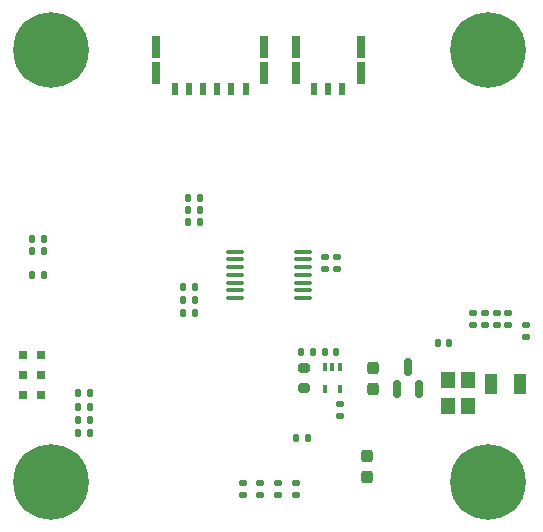
<source format=gbr>
%TF.GenerationSoftware,KiCad,Pcbnew,8.0.7*%
%TF.CreationDate,2025-04-07T22:13:35-04:00*%
%TF.ProjectId,motor-controller,6d6f746f-722d-4636-9f6e-74726f6c6c65,1*%
%TF.SameCoordinates,Original*%
%TF.FileFunction,Soldermask,Top*%
%TF.FilePolarity,Negative*%
%FSLAX46Y46*%
G04 Gerber Fmt 4.6, Leading zero omitted, Abs format (unit mm)*
G04 Created by KiCad (PCBNEW 8.0.7) date 2025-04-07 22:13:35*
%MOMM*%
%LPD*%
G01*
G04 APERTURE LIST*
G04 Aperture macros list*
%AMRoundRect*
0 Rectangle with rounded corners*
0 $1 Rounding radius*
0 $2 $3 $4 $5 $6 $7 $8 $9 X,Y pos of 4 corners*
0 Add a 4 corners polygon primitive as box body*
4,1,4,$2,$3,$4,$5,$6,$7,$8,$9,$2,$3,0*
0 Add four circle primitives for the rounded corners*
1,1,$1+$1,$2,$3*
1,1,$1+$1,$4,$5*
1,1,$1+$1,$6,$7*
1,1,$1+$1,$8,$9*
0 Add four rect primitives between the rounded corners*
20,1,$1+$1,$2,$3,$4,$5,0*
20,1,$1+$1,$4,$5,$6,$7,0*
20,1,$1+$1,$6,$7,$8,$9,0*
20,1,$1+$1,$8,$9,$2,$3,0*%
G04 Aperture macros list end*
%ADD10RoundRect,0.135000X0.185000X-0.135000X0.185000X0.135000X-0.185000X0.135000X-0.185000X-0.135000X0*%
%ADD11RoundRect,0.135000X-0.185000X0.135000X-0.185000X-0.135000X0.185000X-0.135000X0.185000X0.135000X0*%
%ADD12RoundRect,0.140000X0.170000X-0.140000X0.170000X0.140000X-0.170000X0.140000X-0.170000X-0.140000X0*%
%ADD13RoundRect,0.135000X0.135000X0.185000X-0.135000X0.185000X-0.135000X-0.185000X0.135000X-0.185000X0*%
%ADD14RoundRect,0.140000X0.140000X0.170000X-0.140000X0.170000X-0.140000X-0.170000X0.140000X-0.170000X0*%
%ADD15RoundRect,0.140000X-0.140000X-0.170000X0.140000X-0.170000X0.140000X0.170000X-0.140000X0.170000X0*%
%ADD16R,0.800000X0.800000*%
%ADD17R,1.200000X1.400000*%
%ADD18RoundRect,0.150000X0.150000X-0.587500X0.150000X0.587500X-0.150000X0.587500X-0.150000X-0.587500X0*%
%ADD19C,3.600000*%
%ADD20C,6.400000*%
%ADD21RoundRect,0.135000X-0.135000X-0.185000X0.135000X-0.185000X0.135000X0.185000X-0.135000X0.185000X0*%
%ADD22RoundRect,0.237500X0.237500X-0.287500X0.237500X0.287500X-0.237500X0.287500X-0.237500X-0.287500X0*%
%ADD23RoundRect,0.100000X-0.100000X0.225000X-0.100000X-0.225000X0.100000X-0.225000X0.100000X0.225000X0*%
%ADD24RoundRect,0.100000X-0.637500X-0.100000X0.637500X-0.100000X0.637500X0.100000X-0.637500X0.100000X0*%
%ADD25R,0.600000X1.100000*%
%ADD26R,0.700000X1.850000*%
%ADD27RoundRect,0.140000X-0.170000X0.140000X-0.170000X-0.140000X0.170000X-0.140000X0.170000X0.140000X0*%
%ADD28R,1.000000X1.800000*%
%ADD29RoundRect,0.200000X0.275000X-0.200000X0.275000X0.200000X-0.275000X0.200000X-0.275000X-0.200000X0*%
G04 APERTURE END LIST*
D10*
%TO.C,R35*%
X212250000Y-166609999D03*
X212250000Y-165590001D03*
%TD*%
D11*
%TO.C,R34*%
X210750000Y-165590001D03*
X210750000Y-166609999D03*
%TD*%
D12*
%TO.C,C13*%
X214700000Y-147480000D03*
X214700000Y-146520000D03*
%TD*%
D13*
%TO.C,R15*%
X194859999Y-160250000D03*
X193840001Y-160250000D03*
%TD*%
D14*
%TO.C,C5*%
X225230000Y-153750000D03*
X224270000Y-153750000D03*
%TD*%
D15*
%TO.C,C14*%
X214720000Y-154500000D03*
X215680000Y-154500000D03*
%TD*%
D10*
%TO.C,R20*%
X209250000Y-166609999D03*
X209250000Y-165590001D03*
%TD*%
D16*
%TO.C,D5*%
X189150000Y-154800000D03*
X190650000Y-154800000D03*
%TD*%
D12*
%TO.C,C21*%
X228250000Y-152230000D03*
X228250000Y-151270000D03*
%TD*%
D17*
%TO.C,Y2*%
X225150000Y-156900000D03*
X225150000Y-159100000D03*
X226850000Y-159100000D03*
X226850000Y-156900000D03*
%TD*%
D13*
%TO.C,R8*%
X194859999Y-161350000D03*
X193840001Y-161350000D03*
%TD*%
D18*
%TO.C,Q7*%
X220800000Y-157687500D03*
X222700000Y-157687500D03*
X221750000Y-155812500D03*
%TD*%
D19*
%TO.C,H2*%
X228500000Y-129000000D03*
D20*
X228500000Y-129000000D03*
%TD*%
D19*
%TO.C,H1*%
X191500000Y-129000000D03*
D20*
X191500000Y-129000000D03*
%TD*%
D14*
%TO.C,C17*%
X213680000Y-154500000D03*
X212720000Y-154500000D03*
%TD*%
D21*
%TO.C,R28*%
X203090001Y-142500000D03*
X204109999Y-142500000D03*
%TD*%
%TO.C,R40*%
X189940000Y-146000000D03*
X190960000Y-146000000D03*
%TD*%
%TO.C,R29*%
X203090001Y-143500000D03*
X204109999Y-143500000D03*
%TD*%
%TO.C,R31*%
X189940000Y-148000000D03*
X190960000Y-148000000D03*
%TD*%
D12*
%TO.C,C20*%
X227250000Y-152230000D03*
X227250000Y-151270000D03*
%TD*%
D22*
%TO.C,F3*%
X218250000Y-165074999D03*
X218250000Y-163325001D03*
%TD*%
D23*
%TO.C,U3*%
X216000000Y-155800000D03*
X215350000Y-155800001D03*
X214700000Y-155800000D03*
X214700000Y-157700000D03*
X216000000Y-157700000D03*
%TD*%
D16*
%TO.C,D3*%
X189150000Y-158200000D03*
X190650000Y-158200000D03*
%TD*%
D24*
%TO.C,U2*%
X207137500Y-146050000D03*
X207137500Y-146700000D03*
X207137500Y-147350000D03*
X207137500Y-148000000D03*
X207137500Y-148650000D03*
X207137500Y-149300000D03*
X207137500Y-149950000D03*
X212862500Y-149950000D03*
X212862500Y-149300000D03*
X212862500Y-148650000D03*
X212862500Y-148000000D03*
X212862500Y-147350000D03*
X212862500Y-146700000D03*
X212862500Y-146050000D03*
%TD*%
D16*
%TO.C,D4*%
X189150000Y-156500000D03*
X190650000Y-156500000D03*
%TD*%
D25*
%TO.C,J4*%
X202000000Y-132300000D03*
X203200000Y-132300000D03*
X204400000Y-132300000D03*
X205600000Y-132300000D03*
X206800000Y-132300000D03*
X208000000Y-132300000D03*
D26*
X200450000Y-128675000D03*
X200450000Y-130875000D03*
X209550000Y-128675000D03*
X209550000Y-130875000D03*
%TD*%
D12*
%TO.C,C12*%
X215700000Y-147480000D03*
X215700000Y-146520000D03*
%TD*%
D21*
%TO.C,R33*%
X202690001Y-151200000D03*
X203709999Y-151200000D03*
%TD*%
D19*
%TO.C,H3*%
X191500000Y-165500000D03*
D20*
X191500000Y-165500000D03*
%TD*%
D19*
%TO.C,H4*%
X228500000Y-165500000D03*
D20*
X228500000Y-165500000D03*
%TD*%
D21*
%TO.C,R41*%
X202690001Y-150100000D03*
X203709999Y-150100000D03*
%TD*%
%TO.C,R7*%
X193840001Y-158000000D03*
X194859999Y-158000000D03*
%TD*%
D27*
%TO.C,C15*%
X216000000Y-158970000D03*
X216000000Y-159930000D03*
%TD*%
D10*
%TO.C,R37*%
X207750000Y-166609999D03*
X207750000Y-165590001D03*
%TD*%
D13*
%TO.C,R32*%
X190959999Y-145000000D03*
X189940001Y-145000000D03*
%TD*%
D25*
%TO.C,J2*%
X213800000Y-132300000D03*
X215000000Y-132300000D03*
X216200000Y-132300000D03*
D26*
X212250000Y-128675000D03*
X212250000Y-130875000D03*
X217750000Y-128675000D03*
X217750000Y-130875000D03*
%TD*%
D27*
%TO.C,C3*%
X231750000Y-152270000D03*
X231750000Y-153230000D03*
%TD*%
D22*
%TO.C,F1*%
X218750000Y-157624999D03*
X218750000Y-155875001D03*
%TD*%
D12*
%TO.C,C19*%
X230250000Y-152230000D03*
X230250000Y-151270000D03*
%TD*%
D13*
%TO.C,R16*%
X194859999Y-159150000D03*
X193840001Y-159150000D03*
%TD*%
D21*
%TO.C,R42*%
X202690001Y-149000000D03*
X203709999Y-149000000D03*
%TD*%
%TO.C,R30*%
X203090001Y-141500000D03*
X204109999Y-141500000D03*
%TD*%
D28*
%TO.C,Y1*%
X228750001Y-157250000D03*
X231249999Y-157250000D03*
%TD*%
D29*
%TO.C,L1*%
X212950000Y-157575000D03*
X212950000Y-155925000D03*
%TD*%
D21*
%TO.C,R39*%
X212240001Y-161850000D03*
X213259999Y-161850000D03*
%TD*%
D12*
%TO.C,C18*%
X229250000Y-152230000D03*
X229250000Y-151270000D03*
%TD*%
M02*

</source>
